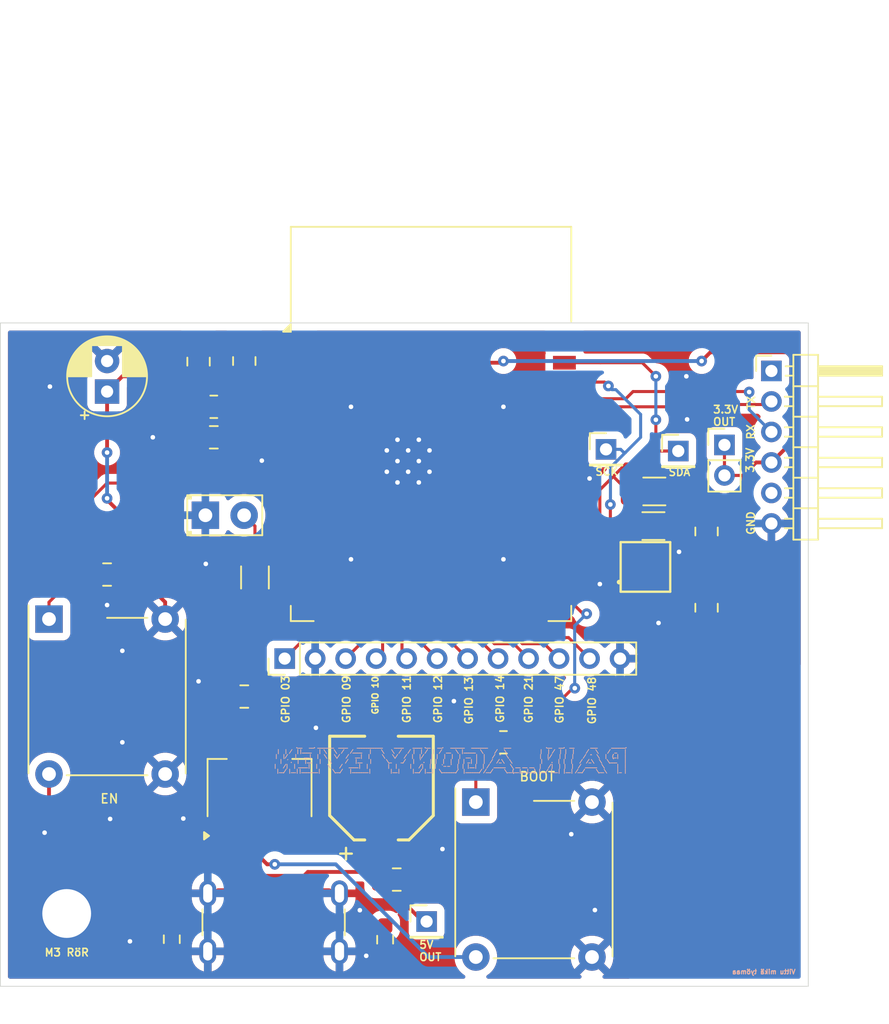
<source format=kicad_pcb>
(kicad_pcb (version 20241229) (generator "pcbnew") (generator_version "9.0")
  (layers (0 "F.Cu" signal) (2 "B.Cu" signal) (13 "F.Paste" user) (15 "B.Paste" user) (5 "F.SilkS" user "F.Silkscreen") (7 "B.SilkS" user "B.Silkscreen") (1 "F.Mask" user) (3 "B.Mask" user) (25 "Edge.Cuts" user))
  (net 0 "")
  (net 1 "GND")
  (net 2 "+5V")
  (net 3 "Net-(J1-CC2)")
  (net 4 "Net-(J1-CC1)")
  (net 6 "TX")
  (net 7 "RX")
  (net 9 "BOOT")
  (net 10 "Net-(R2-Pad2)")
  (net 11 "SDA")
  (net 12 "SCK")
  (net 20 "3.3v")
  (net 23 "EN")
  (net 29 "io9")
  (net 30 "io11")
  (net 31 "io47")
  (net 32 "io12")
  (net 33 "io48")
  (net 34 "io10")
  (net 35 "io14")
  (net 36 "io21")
  (net 37 "IO3")
  (net 38 "io13")
  (net 44 "unconnected-(U1-IO45-Pad26)")
  (net 46 "Net-(D1-A)")
  (footprint "EleProjekt:DFN8_0p65_2p5SQ_BOS" (layer "F.Cu") (at 103.3162 75.5 180)
    (property "Reference" "U3" (hide yes))
    (property "Value" "BME280")
    (pad "1" smd rect (at 1.024999 -0.974999 180) (size 0.508 0.3556) (layers "F.Cu" "F.Mask" "F.Paste") (net 1 "GND"))
    (pad "2" smd rect (at 1.024999 -0.325001 180) (size 0.508 0.3556) (layers "F.Cu" "F.Mask" "F.Paste") (net 20 "3.3v"))
    (pad "3" smd rect (at 1.024999 0.325001 180) (size 0.508 0.3556) (layers "F.Cu" "F.Mask" "F.Paste") (net 11 "SDA"))
    (pad "4" smd rect (at 1.024999 0.974999 180) (size 0.508 0.3556) (layers "F.Cu" "F.Mask" "F.Paste") (net 12 "SCK"))
    (pad "5" smd rect (at -1.024999 0.974999 180) (size 0.508 0.3556) (layers "F.Cu" "F.Mask" "F.Paste") (net 1 "GND"))
    (pad "6" smd rect (at -1.024999 0.325001 180) (size 0.508 0.3556) (layers "F.Cu" "F.Mask" "F.Paste") (net 20 "3.3v"))
    (pad "7" smd rect (at -1.024999 -0.325001 180) (size 0.508 0.3556) (layers "F.Cu" "F.Mask" "F.Paste") (net 1 "GND"))
    (pad "8" smd rect (at -1.024999 -0.974999 180) (size 0.508 0.3556) (layers "F.Cu" "F.Mask" "F.Paste") (net 20 "3.3v"))
  )
  (footprint "Capacitor_SMD:C_0805_2012Metric_Pad1.18x1.45mm_HandSolder" (layer "F.Cu") (at 107.325001 78.174999 -90)
    (property "Reference" "C7" (hide yes))
    (property "Value" "100nf")
    (pad "1" smd roundrect (at -1.0375 0 270) (size 1.175 1.45) (layers "F.Cu" "F.Mask" "F.Paste") (roundrect_rratio 0.212766) (net 20 "3.3v"))
    (pad "2" smd roundrect (at 1.0375 0 270) (size 1.175 1.45) (layers "F.Cu" "F.Mask" "F.Paste") (roundrect_rratio 0.212766) (net 1 "GND"))
  )
  (footprint "Resistor_SMD:R_1206_3216Metric_Pad1.30x1.75mm_HandSolder" (layer "F.Cu") (at 77.7 76.19 -90)
    (property "Reference" "R7" (hide yes))
    (property "Value" "220")
    (pad "1" smd roundrect (at -1.55 0 270) (size 1.3 1.75) (layers "F.Cu" "F.Mask" "F.Paste") (roundrect_rratio 0.192308) (net 46 "Net-(D1-A)"))
    (pad "2" smd roundrect (at 1.55 0 270) (size 1.3 1.75) (layers "F.Cu" "F.Mask" "F.Paste") (roundrect_rratio 0.192308) (net 20 "3.3v"))
  )
  (footprint "RF_Module:ESP32-S3-WROOM-1" (layer "F.Cu") (at 89.25 66.1)
    (property "Reference" "U1" (hide yes))
    (property "Value" "ESP32-S3-WROOM-1")
    (pad "1" smd rect (at -8.75 -5.26) (size 1.5 0.9) (layers "F.Cu" "F.Mask" "F.Paste") (net 1 "GND"))
    (pad "2" smd rect (at -8.75 -3.99) (size 1.5 0.9) (layers "F.Cu" "F.Mask" "F.Paste") (net 20 "3.3v"))
    (pad "3" smd rect (at -8.75 -2.72) (size 1.5 0.9) (layers "F.Cu" "F.Mask" "F.Paste") (net 23 "EN"))
    (pad "4" smd rect (at -8.75 -1.45) (size 1.5 0.9) (layers "F.Cu" "F.Mask" "F.Paste"))
    (pad "5" smd rect (at -8.75 -0.18) (size 1.5 0.9) (layers "F.Cu" "F.Mask" "F.Paste"))
    (pad "6" smd rect (at -8.75 1.09) (size 1.5 0.9) (layers "F.Cu" "F.Mask" "F.Paste"))
    (pad "7" smd rect (at -8.75 2.36) (size 1.5 0.9) (layers "F.Cu" "F.Mask" "F.Paste"))
    (pad "8" smd rect (at -8.75 3.63) (size 1.5 0.9) (layers "F.Cu" "F.Mask" "F.Paste"))
    (pad "9" smd rect (at -8.75 4.9) (size 1.5 0.9) (layers "F.Cu" "F.Mask" "F.Paste"))
    (pad "10" smd rect (at -8.75 6.17) (size 1.5 0.9) (layers "F.Cu" "F.Mask" "F.Paste"))
    (pad "11" smd rect (at -8.75 7.44) (size 1.5 0.9) (layers "F.Cu" "F.Mask" "F.Paste"))
    (pad "12" smd rect (at -8.75 8.71) (size 1.5 0.9) (layers "F.Cu" "F.Mask" "F.Paste"))
    (pad "13" smd rect (at -8.75 9.98) (size 1.5 0.9) (layers "F.Cu" "F.Mask" "F.Paste"))
    (pad "14" smd rect (at -8.75 11.25 180) (size 1.5 0.9) (layers "F.Cu" "F.Mask" "F.Paste"))
    (pad "15" smd rect (at -6.985 12.5 270) (size 1.5 0.9) (layers "F.Cu" "F.Mask" "F.Paste") (net 37 "IO3"))
    (pad "16" smd rect (at -5.715 12.5 270) (size 1.5 0.9) (layers "F.Cu" "F.Mask" "F.Paste"))
    (pad "17" smd rect (at -4.445 12.5 270) (size 1.5 0.9) (layers "F.Cu" "F.Mask" "F.Paste") (net 29 "io9"))
    (pad "18" smd rect (at -3.175 12.5 270) (size 1.5 0.9) (layers "F.Cu" "F.Mask" "F.Paste") (net 34 "io10"))
    (pad "19" smd rect (at -1.905 12.5 270) (size 1.5 0.9) (layers "F.Cu" "F.Mask" "F.Paste") (net 30 "io11"))
    (pad "20" smd rect (at -0.635 12.5 270) (size 1.5 0.9) (layers "F.Cu" "F.Mask" "F.Paste") (net 32 "io12"))
    (pad "21" smd rect (at 0.635 12.5 270) (size 1.5 0.9) (layers "F.Cu" "F.Mask" "F.Paste") (net 38 "io13"))
    (pad "22" smd rect (at 1.905 12.5 270) (size 1.5 0.9) (layers "F.Cu" "F.Mask" "F.Paste") (net 35 "io14"))
    (pad "23" smd rect (at 3.175 12.5 270) (size 1.5 0.9) (layers "F.Cu" "F.Mask" "F.Paste") (net 36 "io21"))
    (pad "24" smd rect (at 4.445 12.5 270) (size 1.5 0.9) (layers "F.Cu" "F.Mask" "F.Paste") (net 31 "io47"))
    (pad "25" smd rect (at 5.715 12.5 270) (size 1.5 0.9) (layers "F.Cu" "F.Mask" "F.Paste") (net 33 "io48"))
    (pad "26" smd rect (at 6.985 12.5 270) (size 1.5 0.9) (layers "F.Cu" "F.Mask" "F.Paste") (net 44 "unconnected-(U1-IO45-Pad26)"))
    (pad "27" smd rect (at 8.75 11.25) (size 1.5 0.9) (layers "F.Cu" "F.Mask" "F.Paste") (net 9 "BOOT"))
    (pad "28" smd rect (at 8.75 9.98) (size 1.5 0.9) (layers "F.Cu" "F.Mask" "F.Paste"))
    (pad "29" smd rect (at 8.75 8.71) (size 1.5 0.9) (layers "F.Cu" "F.Mask" "F.Paste"))
    (pad "30" smd rect (at 8.75 7.44) (size 1.5 0.9) (layers "F.Cu" "F.Mask" "F.Paste"))
    (pad "31" smd rect (at 8.75 6.17) (size 1.5 0.9) (layers "F.Cu" "F.Mask" "F.Paste"))
    (pad "32" smd rect (at 8.75 4.9) (size 1.5 0.9) (layers "F.Cu" "F.Mask" "F.Paste"))
    (pad "33" smd rect (at 8.75 3.63) (size 1.5 0.9) (layers "F.Cu" "F.Mask" "F.Paste"))
    (pad "34" smd rect (at 8.75 2.36) (size 1.5 0.9) (layers "F.Cu" "F.Mask" "F.Paste"))
    (pad "35" smd rect (at 8.75 1.09) (size 1.5 0.9) (layers "F.Cu" "F.Mask" "F.Paste"))
    (pad "36" smd rect (at 8.75 -0.18) (size 1.5 0.9) (layers "F.Cu" "F.Mask" "F.Paste") (net 6 "TX"))
    (pad "37" smd rect (at 8.75 -1.45) (size 1.5 0.9) (layers "F.Cu" "F.Mask" "F.Paste") (net 7 "RX"))
    (pad "38" smd rect (at 8.75 -2.72) (size 1.5 0.9) (layers "F.Cu" "F.Mask" "F.Paste") (net 12 "SCK"))
    (pad "39" smd rect (at 8.75 -3.99) (size 1.5 0.9) (layers "F.Cu" "F.Mask" "F.Paste") (net 11 "SDA"))
    (pad "40" smd rect (at 8.75 -5.26) (size 1.5 0.9) (layers "F.Cu" "F.Mask" "F.Paste") (net 1 "GND"))
    (pad "41" thru_hole circle (at -2.9 1.76 90) (size 0.6 0.6) (drill 0.3) (property pad_prop_heatsink) (layers "*.Cu" "F.Mask") (net 1 "GND"))
    (pad "41" thru_hole circle (at -2.9 3.16) (size 0.6 0.6) (drill 0.3) (property pad_prop_heatsink) (layers "*.Cu" "F.Mask") (net 1 "GND"))
    (pad "41" thru_hole circle (at -2.2 1.06) (size 0.6 0.6) (drill 0.3) (property pad_prop_heatsink) (layers "*.Cu" "F.Mask") (net 1 "GND"))
    (pad "41" thru_hole circle (at -2.2 2.46) (size 0.6 0.6) (drill 0.3) (property pad_prop_heatsink) (layers "*.Cu" "F.Mask") (net 1 "GND"))
    (pad "41" thru_hole circle (at -2.2 3.86) (size 0.6 0.6) (drill 0.3) (property pad_prop_heatsink) (layers "*.Cu" "F.Mask") (net 1 "GND"))
    (pad "41" thru_hole circle (at -1.5 1.76) (size 0.6 0.6) (drill 0.3) (property pad_prop_heatsink) (layers "*.Cu" "F.Mask") (net 1 "GND"))
    (pad "41" smd rect (at -1.5 2.46 270) (size 3.9 3.9) (property pad_prop_heatsink) (layers "F.Cu" "F.Mask") (net 1 "GND"))
    (pad "41" thru_hole circle (at -1.5 3.16) (size 0.6 0.6) (drill 0.3) (property pad_prop_heatsink) (layers "*.Cu" "F.Mask") (net 1 "GND"))
    (pad "41" thru_hole circle (at -0.8 1.06) (size 0.6 0.6) (drill 0.3) (property pad_prop_heatsink) (layers "*.Cu" "F.Mask") (net 1 "GND"))
    (pad "41" thru_hole circle (at -0.8 2.46) (size 0.6 0.6) (drill 0.3) (property pad_prop_heatsink) (layers "*.Cu" "F.Mask") (net 1 "GND"))
    (pad "41" thru_hole circle (at -0.8 3.86) (size 0.6 0.6) (drill 0.3) (property pad_prop_heatsink) (layers "*.Cu" "F.Mask") (net 1 "GND"))
    (pad "41" thru_hole circle (at -0.1 1.76) (size 0.6 0.6) (drill 0.3) (property pad_prop_heatsink) (layers "*.Cu" "F.Mask") (net 1 "GND"))
    (pad "41" thru_hole circle (at -0.1 3.16) (size 0.6 0.6) (drill 0.3) (property pad_prop_heatsink) (layers "*.Cu" "F.Mask") (net 1 "GND"))
    (zone (net 0) (net_name "") (layers "F.Cu" "B.Cu") (connect_pads (clearance 0)) (min_thickness 0.254)
      (keepout (tracks not_allowed) (vias not_allowed) (pads not_allowed) (copperpour not_allowed) (footprints not_allowed))
      (fill (thermal_gap 0.508) (thermal_bridge_width 0.508))
      (polygon (pts (xy 65.25 59.35) (xy 113.25 59.35) (xy 113.25 38.35) (xy 65.25 38.35)))
    )
  )
  (footprint "Capacitor_SMD:C_0805_2012Metric_Pad1.18x1.45mm_HandSolder" (layer "F.Cu") (at 77 62 90)
    (property "Reference" "C4" (hide yes))
    (property "Value" "100nf")
    (pad "1" smd roundrect (at -1.0375 0 90) (size 1.175 1.45) (layers "F.Cu" "F.Mask" "F.Paste") (roundrect_rratio 0.212766) (net 20 "3.3v"))
    (pad "2" smd roundrect (at 1.0375 0 90) (size 1.175 1.45) (layers "F.Cu" "F.Mask" "F.Paste") (roundrect_rratio 0.212766) (net 1 "GND"))
  )
  (footprint "Button_Switch_THT:SW_MEC_5GTH9" (layer "F.Cu") (at 64.19 78.92)
    (property "Reference" "SW1" (hide yes))
    (property "Value" "SW_Push")
    (pad "1" thru_hole rect (at 0 0 90) (size 1.8 1.8) (drill 0.9) (layers "*.Cu" "*.Mask") (net 23 "EN"))
    (pad "1" thru_hole circle (at 0 10.16 90) (size 1.8 1.8) (drill 0.9) (layers "*.Cu" "*.Mask") (net 20 "3.3v"))
    (pad "2" thru_hole circle (at 7.62 0 90) (size 1.8 1.8) (drill 0.9) (layers "*.Cu" "*.Mask") (net 1 "GND"))
    (pad "2" thru_hole circle (at 7.62 10.16 90) (size 1.8 1.8) (drill 0.9) (layers "*.Cu" "*.Mask") (net 1 "GND"))
  )
  (footprint "Capacitor_THT:CP_Radial_D5.0mm_P2.00mm" (layer "F.Cu") (at 68 64 90)
    (property "Reference" "C3" (hide yes))
    (property "Value" "22uf")
    (pad "1" thru_hole rect (at 0 0 90) (size 1.6 1.6) (drill 0.8) (layers "*.Cu" "*.Mask") (net 20 "3.3v"))
    (pad "2" thru_hole circle (at 2 0 90) (size 1.6 1.6) (drill 0.8) (layers "*.Cu" "*.Mask") (net 1 "GND"))
  )
  (footprint "Connector_USB:USB_C_Receptacle_GCT_USB4125-xx-x-0190_6P_TopMnt_Horizontal" (layer "F.Cu") (at 78.925 99.905)
    (property "Reference" "J1" (hide yes))
    (property "Value" "USB_C_Receptacle_PowerOnly_6P")
    (pad "A5" smd roundrect (at -0.5 -3.08) (size 0.7 1.2) (layers "F.Cu" "F.Mask" "F.Paste") (net 4 "Net-(J1-CC1)"))
    (pad "A9" smd roundrect (at 1.52 -3.08 180) (size 0.76 1.2) (layers "F.Cu" "F.Mask" "F.Paste") (net 2 "+5V"))
    (pad "A12" smd roundrect (at 2.75 -3.08 180) (size 0.8 1.2) (layers "F.Cu" "F.Mask" "F.Paste") (net 1 "GND"))
    (pad "B5" smd roundrect (at 0.5 -3.08 180) (size 0.7 1.2) (layers "F.Cu" "F.Mask" "F.Paste") (net 3 "Net-(J1-CC2)"))
    (pad "B9" smd roundrect (at -1.52 -3.08) (size 0.76 1.2) (layers "F.Cu" "F.Mask" "F.Paste") (net 2 "+5V"))
    (pad "B12" smd roundrect (at -2.75 -3.08) (size 0.8 1.2) (layers "F.Cu" "F.Mask" "F.Paste") (net 1 "GND"))
    (pad "S1" thru_hole oval (at -4.32 -3) (size 1.1 1.7) (drill oval 0.6 1.2) (property pad_prop_heatsink) (layers "*.Cu" "*.Mask" "F.Paste") (net 1 "GND"))
    (pad "S1" thru_hole oval (at -4.32 0.8) (size 1.1 1.7) (drill oval 0.6 1.2) (property pad_prop_heatsink) (layers "*.Cu" "*.Mask" "F.Paste") (net 1 "GND"))
    (pad "S1" thru_hole oval (at 4.32 -3) (size 1.1 1.7) (drill oval 0.6 1.2) (property pad_prop_heatsink) (layers "*.Cu" "*.Mask" "F.Paste") (net 1 "GND"))
    (pad "S1" thru_hole oval (at 4.32 0.8) (size 1.1 1.7) (drill oval 0.6 1.2) (property pad_prop_heatsink) (layers "*.Cu" "*.Mask" "F.Paste") (net 1 "GND"))
  )
  (footprint "Resistor_SMD:R_1206_3216Metric_Pad1.30x1.75mm_HandSolder" (layer "F.Cu") (at 103.9 70.55 180)
    (property "Reference" "R5" (hide yes))
    (property "Value" "4.7k")
    (pad "1" smd roundrect (at -1.55 0 180) (size 1.3 1.75) (layers "F.Cu" "F.Mask" "F.Paste") (roundrect_rratio 0.192308) (net 20 "3.3v"))
    (pad "2" smd roundrect (at 1.55 0 180) (size 1.3 1.75) (layers "F.Cu" "F.Mask" "F.Paste") (roundrect_rratio 0.192308) (net 11 "SDA"))
  )
  (footprint "Capacitor_SMD:C_0805_2012Metric_Pad1.18x1.45mm_HandSolder" (layer "F.Cu") (at 87 96)
    (property "Reference" "C2" (hide yes))
    (property "Value" "10uf")
    (pad "1" smd roundrect (at -1.0375 0) (size 1.175 1.45) (layers "F.Cu" "F.Mask" "F.Paste") (roundrect_rratio 0.212766) (net 2 "+5V"))
    (pad "2" smd roundrect (at 1.0375 0) (size 1.175 1.45) (layers "F.Cu" "F.Mask" "F.Paste") (roundrect_rratio 0.212766) (net 1 "GND"))
  )
  (footprint "Capacitor_SMD:C_0805_2012Metric_Pad1.18x1.45mm_HandSolder" (layer "F.Cu") (at 75 67 180)
    (property "Reference" "C5" (hide yes))
    (property "Value" "1uF")
    (pad "1" smd roundrect (at -1.0375 0 180) (size 1.175 1.45) (layers "F.Cu" "F.Mask" "F.Paste") (roundrect_rratio 0.212766) (net 23 "EN"))
    (pad "2" smd roundrect (at 1.0375 0 180) (size 1.175 1.45) (layers "F.Cu" "F.Mask" "F.Paste") (roundrect_rratio 0.212766) (net 1 "GND"))
  )
  (footprint "Connector_PinHeader_2.00mm:PinHeader_1x01_P2.00mm_Vertical" (layer "F.Cu") (at 88.96 98.75)
    (property "Reference" "J7" (hide yes))
    (property "Value" "Conn_01x01_Pin" (hide yes))
    (pad "1" thru_hole rect (at 0 0) (size 1.35 1.35) (drill 0.8) (layers "*.Cu" "*.Mask") (net 2 "+5V"))
  )
  (footprint "Resistor_SMD:R_0805_2012Metric_Pad1.20x1.40mm_HandSolder" (layer "F.Cu") (at 75 65)
    (property "Reference" "R1" (hide yes))
    (property "Value" "10k")
    (pad "1" smd roundrect (at -1 0) (size 1.2 1.4) (layers "F.Cu" "F.Mask" "F.Paste") (roundrect_rratio 0.208333) (net 20 "3.3v"))
    (pad "2" smd roundrect (at 1 0) (size 1.2 1.4) (layers "F.Cu" "F.Mask" "F.Paste") (roundrect_rratio 0.208333) (net 23 "EN"))
  )
  (footprint "LED_THT:LED_D2.0mm_W4.8mm_H2.5mm_FlatTop" (layer "F.Cu") (at 74.45 72.11)
    (property "Reference" "D1" (hide yes))
    (property "Value" "LED")
    (pad "1" thru_hole rect (at 0 0) (size 1.8 1.8) (drill 0.9) (layers "*.Cu" "*.Mask") (net 1 "GND"))
    (pad "2" thru_hole circle (at 2.54 0) (size 1.8 1.8) (drill 0.9) (layers "*.Cu" "*.Mask") (net 46 "Net-(D1-A)"))
  )
  (footprint "MountingHole:MountingHole_3.2mm_M3" (layer "F.Cu") (at 65.35 98.225)
    (property "Reference" "REF**" (hide yes))
    (property "Value" "MountingHole_3.2mm_M3" (hide yes))
    (pad "" np_thru_hole circle (at 0 0) (size 3.2 3.2) (drill 3.2) (layers "*.Cu" "*.Mask"))
  )
  (footprint "Button_Switch_THT:SW_MEC_5GTH9" (layer "F.Cu") (at 92.19 90.92)
    (property "Reference" "SW2" (hide yes))
    (property "Value" "SW_Push")
    (pad "1" thru_hole rect (at 0 0 90) (size 1.8 1.8) (drill 0.9) (layers "*.Cu" "*.Mask") (net 10 "Net-(R2-Pad2)"))
    (pad "1" thru_hole circle (at 0 10.16 90) (size 1.8 1.8) (drill 0.9) (layers "*.Cu" "*.Mask") (net 20 "3.3v"))
    (pad "2" thru_hole circle (at 7.62 0 90) (size 1.8 1.8) (drill 0.9) (layers "*.Cu" "*.Mask") (net 1 "GND"))
    (pad "2" thru_hole circle (at 7.62 10.16 90) (size 1.8 1.8) (drill 0.9) (layers "*.Cu" "*.Mask") (net 1 "GND"))
  )
  (footprint "Resistor_SMD:R_0603_1608Metric_Pad0.98x0.95mm_HandSolder" (layer "F.Cu") (at 72.245 99.9125 -90)
    (property "Reference" "R3" (hide yes))
    (property "Value" "5.1k")
    (pad "1" smd roundrect (at -0.9125 0 270) (size 0.975 0.95) (layers "F.Cu" "F.Mask" "F.Paste") (net 4 "Net-(J1-CC1)"))
    (pad "2" smd roundrect (at 0.9125 0 270) (size 0.975 0.95) (layers "F.Cu" "F.Mask" "F.Paste") (net 1 "GND"))
  )
  (footprint "Resistor_SMD:R_1206_3216Metric_Pad1.30x1.75mm_HandSolder" (layer "F.Cu") (at 103.84 72.82 180)
    (property "Reference" "R6" (hide yes))
    (property "Value" "4.7k")
    (pad "1" smd roundrect (at -1.55 0 180) (size 1.3 1.75) (layers "F.Cu" "F.Mask" "F.Paste") (roundrect_rratio 0.192308) (net 20 "3.3v"))
    (pad "2" smd roundrect (at 1.55 0 180) (size 1.3 1.75) (layers "F.Cu" "F.Mask" "F.Paste") (roundrect_rratio 0.192308) (net 12 "SCK"))
  )
  (footprint "Connector_PinHeader_2.00mm:PinHeader_1x02_P2.00mm_Vertical" (layer "F.Cu") (at 108.5 67.5)
    (property "Reference" "J6" (hide yes))
    (property "Value" "Conn_01x02_Pin" (hide yes))
    (pad "1" thru_hole rect (at 0 0) (size 1.35 1.35) (drill 0.8) (layers "*.Cu" "*.Mask") (net 20 "3.3v"))
    (pad "2" thru_hole oval (at 0 2) (size 1.35 1.35) (drill 0.8) (layers "*.Cu" "*.Mask") (net 20 "3.3v"))
  )
  (footprint "Capacitor_SMD:C_0805_2012Metric_Pad1.18x1.45mm_HandSolder" (layer "F.Cu") (at 74 62.0375 90)
    (property "Reference" "C9" (hide yes))
    (property "Value" "100nf")
    (pad "1" smd roundrect (at -1.0375 0 90) (size 1.175 1.45) (layers "F.Cu" "F.Mask" "F.Paste") (roundrect_rratio 0.212766) (net 20 "3.3v"))
    (pad "2" smd roundrect (at 1.0375 0 90) (size 1.175 1.45) (layers "F.Cu" "F.Mask" "F.Paste") (roundrect_rratio 0.212766) (net 1 "GND"))
  )
  (footprint "Capacitor_SMD:C_0805_2012Metric_Pad1.18x1.45mm_HandSolder" (layer "F.Cu") (at 77 84 180)
    (property "Reference" "C1" (hide yes))
    (property "Value" "10uf")
    (pad "1" smd roundrect (at -1.0375 0 180) (size 1.175 1.45) (layers "F.Cu" "F.Mask" "F.Paste") (roundrect_rratio 0.212766) (net 20 "3.3v"))
    (pad "2" smd roundrect (at 1.0375 0 180) (size 1.175 1.45) (layers "F.Cu" "F.Mask" "F.Paste") (roundrect_rratio 0.212766) (net 1 "GND"))
  )
  (footprint "Capacitor_SMD:C_0805_2012Metric_Pad1.18x1.45mm_HandSolder" (layer "F.Cu") (at 107.325001 73.174999 90)
    (property "Reference" "C8" (hide yes))
    (property "Value" "100nf")
    (pad "1" smd roundrect (at -1.0375 0 90) (size 1.175 1.45) (layers "F.Cu" "F.Mask" "F.Paste") (roundrect_rratio 0.212766) (net 20 "3.3v"))
    (pad "2" smd roundrect (at 1.0375 0 90) (size 1.175 1.45) (layers "F.Cu" "F.Mask" "F.Paste") (roundrect_rratio 0.212766) (net 1 "GND"))
  )
  (footprint "Resistor_SMD:R_0603_1608Metric_Pad0.98x0.95mm_HandSolder" (layer "F.Cu") (at 86.24 99.9425 -90)
    (property "Reference" "R4" (hide yes))
    (property "Value" "5.1k")
    (pad "1" smd roundrect (at -0.9125 0 270) (size 0.975 0.95) (layers "F.Cu" "F.Mask" "F.Paste") (net 3 "Net-(J1-CC2)"))
    (pad "2" smd roundrect (at 0.9125 0 270) (size 0.975 0.95) (layers "F.Cu" "F.Mask" "F.Paste") (net 1 "GND"))
  )
  (footprint "Package_TO_SOT_SMD:SOT-223-3_TabPin2" (layer "F.Cu") (at 78 90 90)
    (property "Reference" "U2" (hide yes))
    (property "Value" "AMS1117-3.3")
    (pad "1" smd roundrect (at -3.15 -2.3 90) (size 2 1.5) (layers "F.Cu" "F.Mask" "F.Paste") (net 1 "GND"))
    (pad "2" smd roundrect (at -3.15 0 90) (size 2 1.5) (layers "F.Cu" "F.Mask" "F.Paste") (net 20 "3.3v"))
    (pad "2" smd roundrect (at 3.15 0 90) (size 2 3.8) (layers "F.Cu" "F.Mask" "F.Paste") (net 20 "3.3v"))
    (pad "3" smd roundrect (at -3.15 2.3 90) (size 2 1.5) (layers "F.Cu" "F.Mask" "F.Paste") (net 2 "+5V"))
  )
  (footprint "EleProjekt:WCAP-AS5H_6.3X5.5_DXL_" (layer "F.Cu") (at 86 90 -90)
    (property "Reference" "C10" (hide yes))
    (property "Value" "WCAP-AS5H_6.3X5.5")
    (fp_text user "+" (at 4.3 2.4 90) (layer "F.SilkS"))
    (pad "1" smd rect (at 2.8 0 270) (size 3.5 1.6) (layers "F.Cu" "F.Mask" "F.Paste") (net 2 "+5V"))
    (pad "2" smd rect (at -2.8 0 270) (size 3.5 1.6) (property pad_prop_fiducial_glob) (layers "F.Cu" "F.Mask" "F.Paste") (net 1 "GND"))
  )
  (footprint "Connector_PinHeader_2.00mm:PinHeader_1x06_P2.00mm_Horizontal" (layer "F.Cu") (at 111.58 62.65)
    (property "Reference" "J3" (hide yes))
    (property "Value" "Conn_01x06_Pin" (hide yes))
    (pad "1" thru_hole rect (at 0 0) (size 1.35 1.35) (drill 0.8) (layers "*.Cu" "*.Mask"))
    (pad "2" thru_hole oval (at 0 2) (size 1.35 1.35) (drill 0.8) (layers "*.Cu" "*.Mask") (net 6 "TX"))
    (pad "3" thru_hole oval (at 0 4) (size 1.35 1.35) (drill 0.8) (layers "*.Cu" "*.Mask") (net 7 "RX"))
    (pad "4" thru_hole oval (at 0 6) (size 1.35 1.35) (drill 0.8) (layers "*.Cu" "*.Mask") (net 20 "3.3v"))
    (pad "5" thru_hole oval (at 0 8) (size 1.35 1.35) (drill 0.8) (layers "*.Cu" "*.Mask"))
    (pad "6" thru_hole oval (at 0 10) (size 1.35 1.35) (drill 0.8) (layers "*.Cu" "*.Mask") (net 1 "GND"))
  )
  (footprint "Connector_PinHeader_2.00mm:PinHeader_1x01_P2.00mm_Vertical" (layer "F.Cu") (at 105.47 67.9)
    (property "Reference" "J5" (hide yes))
    (property "Value" "Conn_01x01_Pin" (hide yes))
    (pad "1" thru_hole rect (at 0 0) (size 1.35 1.35) (drill 0.8) (layers "*.Cu" "*.Mask") (net 11 "SDA"))
  )
  (footprint "Connector_PinHeader_2.00mm:PinHeader_1x12_P2.00mm_Vertical" (layer "F.Cu") (at 79.65 81.51 90)
    (property "Reference" "J2" (hide yes))
    (property "Value" "Conn_01x12_Pin" (hide yes))
    (pad "1" thru_hole rect (at 0 0 90) (size 1.35 1.35) (drill 0.8) (layers "*.Cu" "*.Mask") (net 37 "IO3"))
    (pad "2" thru_hole oval (at 0 2 90) (size 1.35 1.35) (drill 0.8) (layers "*.Cu" "*.Mask") (net 1 "GND"))
    (pad "3" thru_hole oval (at 0 4 90) (size 1.35 1.35) (drill 0.8) (layers "*.Cu" "*.Mask") (net 29 "io9"))
    (pad "4" thru_hole oval (at 0 6 90) (size 1.35 1.35) (drill 0.8) (layers "*.Cu" "*.Mask") (net 34 "io10"))
    (pad "5" thru_hole oval (at 0 8 90) (size 1.35 1.35) (drill 0.8) (layers "*.Cu" "*.Mask") (net 30 "io11"))
    (pad "6" thru_hole oval (at 0 10 90) (size 1.35 1.35) (drill 0.8) (layers "*.Cu" "*.Mask") (net 32 "io12"))
    (pad "7" thru_hole oval (at 0 12 90) (size 1.35 1.35) (drill 0.8) (layers "*.Cu" "*.Mask") (net 38 "io13"))
    (pad "8" thru_hole oval (at 0 14 90) (size 1.35 1.35) (drill 0.8) (layers "*.Cu" "*.Mask") (net 35 "io14"))
    (pad "9" thru_hole oval (at 0 16 90) (size 1.35 1.35) (drill 0.8) (layers "*.Cu" "*.Mask") (net 36 "io21"))
    (pad "10" thru_hole oval (at 0 18 90) (size 1.35 1.35) (drill 0.8) (layers "*.Cu" "*.Mask") (net 31 "io47"))
    (pad "11" thru_hole oval (at 0 20 90) (size 1.35 1.35) (drill 0.8) (layers "*.Cu" "*.Mask") (net 33 "io48"))
    (pad "12" thru_hole oval (at 0 22 90) (size 1.35 1.35) (drill 0.8) (layers "*.Cu" "*.Mask") (net 1 "GND"))
  )
  (footprint "Connector_PinHeader_2.00mm:PinHeader_1x01_P2.00mm_Vertical" (layer "F.Cu") (at 100.73 67.79)
    (property "Reference" "J4" (hide yes))
    (property "Value" "Conn_01x01_Pin" (hide yes))
    (pad "1" thru_hole rect (at 0 0) (size 1.35 1.35) (drill 0.8) (layers "*.Cu" "*.Mask") (net 12 "SCK"))
  )
  (footprint "Capacitor_SMD:C_0805_2012Metric_Pad1.18x1.45mm_HandSolder" (layer "F.Cu") (at 68 76)
    (property "Reference" "C6" (hide yes))
    (property "Value" "100nf")
    (pad "1" smd roundrect (at -1.0375 0) (size 1.175 1.45) (layers "F.Cu" "F.Mask" "F.Paste") (roundrect_rratio 0.212766) (net 23 "EN"))
    (pad "2" smd roundrect (at 1.0375 0) (size 1.175 1.45) (layers "F.Cu" "F.Mask" "F.Paste") (roundrect_rratio 0.212766) (net 1 "GND"))
  )
  (footprint "Resistor_SMD:R_0805_2012Metric_Pad1.20x1.40mm_HandSolder" (layer "F.Cu") (at 94 87 180)
    (property "Reference" "R2" (hide yes))
    (property "Value" "100")
    (pad "1" smd roundrect (at -1 0 180) (size 1.2 1.4) (layers "F.Cu" "F.Mask" "F.Paste") (roundrect_rratio 0.208333) (net 9 "BOOT"))
    (pad "2" smd roundrect (at 1 0 180) (size 1.2 1.4) (layers "F.Cu" "F.Mask" "F.Paste") (roundrect_rratio 0.208333) (net 10 "Net-(R2-Pad2)"))
  )
  (gr_rect (start 61 59.5) (end 114 103) (stroke (width 0.05)) (fill no) (layer "Edge.Cuts"))
  (gr_text "GND" (at 82.04 84.99 90) (layer "F.Cu") (effects (font (size 0.7 0.7) (thickness 0.1)) (justify left bottom)))
  (gr_text "GND" (at 102.1 84.89 90) (layer "F.Cu") (effects (font (size 0.7 0.7) (thickness 0.1)) (justify left bottom)))
  (gr_text "OAMK Ryhmä 8\nHyvönen\nHyry\nRöntynen\n{dblquote}The Liver is evil, \nIt must be punished{dblquote}\n" (at 112.575 101.875 90) (layer "F.Cu") (effects (font (size 1 1) (thickness 0.1875)) (justify left bottom)))
  (gr_text "TX" (at 110.55 65.225 90) (layer "F.SilkS") (effects (font (size 0.5 0.5) (thickness 0.1) (bold yes)) (justify left bottom)))
  (gr_text "SCK" (at 99.975 69.55 0) (layer "F.SilkS") (effects (font (size 0.5 0.5) (thickness 0.1)) (justify left bottom)))
  (gr_text "GPIO 11" (at 87.95 85.8 90) (layer "F.SilkS") (effects (font (size 0.5 0.5) (thickness 0.1) (bold yes)) (justify left bottom)))
  (gr_text "GPIO 21" (at 95.95 85.8 90) (layer "F.SilkS") (effects (font (size 0.5 0.5) (thickness 0.1) (bold yes)) (justify left bottom)))
  (gr_text "GPIO 09\n" (at 84 85.8 90) (layer "F.SilkS") (effects (font (size 0.5 0.5) (thickness 0.1) (bold yes)) (justify left bottom)))
  (gr_text "5V\nOUT" (at 88.425 101.375 0) (layer "F.SilkS") (effects (font (size 0.5 0.5) (thickness 0.1) (bold yes)) (justify left bottom)))
  (gr_text "BOOT" (at 95 89.6 0) (layer "F.SilkS") (effects (font (size 0.6 0.6) (thickness 0.1) (bold yes)) (justify left bottom)))
  (gr_text "GPIO 03" (at 80 85.8 90) (layer "F.SilkS") (effects (font (size 0.5 0.5) (thickness 0.1) (bold yes)) (justify left bottom)))
  (gr_text "3.3V" (at 110.475 69.375 90) (layer "F.SilkS") (effects (font (size 0.5 0.5) (thickness 0.1) (bold yes)) (justify left bottom)))
  (gr_text "3.3V\nOUT" (at 107.7 66.275 0) (layer "F.SilkS") (effects (font (size 0.5 0.5) (thickness 0.1) (bold yes)) (justify left bottom)))
  (gr_text "GND" (at 110.525 73.45 90) (layer "F.SilkS") (effects (font (size 0.5 0.5) (thickness 0.1) (bold yes)) (justify left bottom)))
  (gr_text "M3 RöR" (at 63.85 101.075 0) (layer "F.SilkS") (effects (font (size 0.5 0.5) (thickness 0.1) (bold yes)) (justify left bottom)))
  (gr_text "EN" (at 67.5 91.05 0) (layer "F.SilkS") (effects (font (size 0.6 0.6) (thickness 0.1) (bold yes)) (justify left bottom)))
  (gr_text "GPIO 12" (at 90 85.8 90) (layer "F.SilkS") (effects (font (size 0.5 0.5) (thickness 0.1) (bold yes)) (justify left bottom)))
  (gr_text "GPIO 47" (at 97.975 85.825 90) (layer "F.SilkS") (effects (font (size 0.5 0.5) (thickness 0.1) (bold yes)) (justify left bottom)))
  (gr_text "SDA" (at 104.775 69.575 0) (layer "F.SilkS") (effects (font (size 0.5 0.5) (thickness 0.1)) (justify left bottom)))
  (gr_text "GPIO 48" (at 100.1 85.875 90) (layer "F.SilkS") (effects (font (size 0.5 0.5) (thickness 0.1) (bold yes)) (justify left bottom)))
  (gr_text "GPIO 13" (at 92.025 85.875 90) (layer "F.SilkS") (effects (font (size 0.5 0.5) (thickness 0.1) (bold yes)) (justify left bottom)))
  (gr_text "RX" (at 110.525 67.2 90) (layer "F.SilkS") (effects (font (size 0.5 0.5) (thickness 0.1) (bold yes)) (justify left bottom)))
  (gr_text "GPIO 10" (at 85.825 85.225 90) (layer "F.SilkS") (effects (font (size 0.4 0.4) (thickness 0.1) (bold yes)) (justify left bottom)))
  (gr_text "GPIO 14" (at 94.075 85.775 90) (layer "F.SilkS") (effects (font (size 0.5 0.5) (thickness 0.1) (bold yes)) (justify left bottom)))
  (gr_text ".______      ___       __  .__   __.               ___       _______   ______   .__   __. ____    ____     ___________    ____  _______ .__   __. \n|   _  \\    /   \\     |  | |  \\ |  |              /   \\     /  _____| /  __  \\  |  \\ |  | \\   \\  /   /    |   ____\\   \\  /   / |   ____||  \\ |  | \n|  |_)  |  /  ^  \\    |  | |   \\|  |             /  ^  \\   |  |  __  |  |  |  | |   \\|  |  \\   \\/   /     |  |__   \\   \\/   /  |  |__   |   \\|  | \n|   ___/  /  /_\\  \\   |  | |  . `  |            /  /_\\  \\  |  | |_ | |  |  |  | |  . `  |   \\_    _/      |   __|   \\      /   |   __|  |  . `  | \n|  |     /  _____  \\  |  | |  |\\   |  __ __ __ /  _____  \\ |  |__| | |  `--'  | |  |\\   |     |  |        |  |____   \\    /    |  |____ |  |\\   | \n| _|    /__/     \\__\\ |__| |__| \\__| (__|__|__)__/     \\__\\ \\______|  \\______/  |__| \\__|     |__|        |_______|   \\__/     |_______||__| \\__| \n                                                                                                                                                  " (at 102.125 89.325 0) (layer "B.SilkS") (effects (font (size 0.2 0.2) (thickness 0.05) (bold yes)) (justify left bottom mirror)))
  (gr_text "Vittu mikä työmaa" (at 113.2 102.225 0) (layer "B.SilkS") (effects (font (size 0.3 0.3) (thickness 0.075) (bold yes)) (justify left bottom mirror)))
  (segment (start 71.81 77.81) (end 70 76) (width 0.25) (layer "F.Cu") (net 1))
  (segment (start 70 76) (end 69.0375 76) (width 0.25) (layer "F.Cu") (net 1))
  (segment (start 77 60.9625) (end 77.1225 60.84) (width 0.25) (layer "F.Cu") (net 1))
  (segment (start 103.957397 75.825001) (end 104.341199 75.825001) (width 0.25) (layer "F.Cu") (net 1))
  (segment (start 104.341199 74.525001) (end 105.504999 74.525001) (width 0.2) (layer "F.Cu") (net 1))
  (segment (start 74 61) (end 69 61) (width 0.25) (layer "F.Cu") (net 1))
  (segment (start 101.16 81.51) (end 101.65 81.51) (width 0.2) (layer "F.Cu") (net 1))
  (segment (start 71.81 78.92) (end 71.81 77.81) (width 0.25) (layer "F.Cu") (net 1))
  (segment (start 74 61) (end 76.9625 61) (width 0.25) (layer "F.Cu") (net 1))
  (segment (start 69 61) (end 68 62) (width 0.25) (layer "F.Cu") (net 1))
  (segment (start 76.9625 61) (end 77 60.9625) (width 0.25) (layer "F.Cu") (net 1))
  (segment (start 77.1225 60.84) (end 80.5 60.84) (width 0.25) (layer "F.Cu") (net 1))
  (segment (start 102.291201 76.474999) (end 103.307399 76.474999) (width 0.25) (layer "F.Cu") (net 1))
  (segment (start 105.504999 74.525001) (end 105.52 74.51) (width 0.2) (layer "F.Cu") (net 1))
  (segment (start 103.307399 76.474999) (end 103.957397 75.825001) (width 0.25) (layer "F.Cu") (net 1))
  (via (at 81.7 86.05) (size 0.7) (drill 0.3) (layers "F.Cu" "B.Cu") (net 1))
  (via (at 106 63) (size 0.7) (drill 0.3) (layers "F.Cu" "B.Cu") (net 1))
  (via (at 100.325 76.625) (size 0.7) (drill 0.3) (layers "F.Cu" "B.Cu") (net 1))
  (via (at 94 75) (size 0.7) (drill 0.3) (layers "F.Cu" "B.Cu") (net 1))
  (via (at 64.25 63.675) (size 0.7) (drill 0.3) (layers "F.Cu" "B.Cu") (net 1))
  (via (at 69 81) (size 0.7) (drill 0.3) (layers "F.Cu" "B.Cu") (net 1))
  (via (at 84.58 98.01) (size 0.7) (drill 0.3) (layers "F.Cu" "B.Cu") (net 1))
  (via (at 68.2 92.025) (size 0.7) (drill 0.3) (layers "F.Cu" "B.Cu") (net 1))
  (via (at 84 65) (size 0.7) (drill 0.3) (layers "F.Cu" "B.Cu") (net 1))
  (via (at 68 78) (size 0.7) (drill 0.3) (layers "F.Cu" "B.Cu") (net 1))
  (via (at 71 67) (size 0.7) (drill 0.3) (layers "F.Cu" "B.Cu") (net 1))
  (via (at 99.65 69.7) (size 0.7) (drill 0.3) (layers "F.Cu" "B.Cu") (net 1))
  (via (at 69.5 100.05) (size 0.7) (drill 0.3) (layers "F.Cu" "B.Cu") (net 1))
  (via (at 90 94) (size 0.7) (drill 0.3) (layers "F.Cu" "B.Cu") (net 1))
  (via (at 90.75 84.3) (size 0.7) (drill 0.3) (layers "F.Cu" "B.Cu") (net 1))
  (via (at 73 92) (size 0.7) (drill 0.3) (layers "F.Cu" "B.Cu") (net 1))
  (via (at 105.52 74.51) (size 0.7) (drill 0.3) (layers "F.Cu" "B.Cu") (net 1))
  (via (at 94 65) (size 0.7) (drill 0.3) (layers "F.Cu" "B.Cu") (net 1))
  (via (at 63.9 92.925) (size 0.7) (drill 0.3) (layers "F.Cu" "B.Cu") (net 1))
  (via (at 85 101) (size 0.7) (drill 0.3) (layers "F.Cu" "B.Cu") (net 1))
  (via (at 74.475 75.3) (size 0.7) (drill 0.3) (layers "F.Cu" "B.Cu") (net 1))
  (via (at 98.45 93.025) (size 0.7) (drill 0.3) (layers "F.Cu" "B.Cu") (net 1))
  (via (at 100 98) (size 0.7) (drill 0.3) (layers "F.Cu" "B.Cu") (net 1))
  (via (at 74 83) (size 0.7) (drill 0.3) (layers "F.Cu" "B.Cu") (net 1))
  (via (at 69 87) (size 0.7) (drill 0.3) (layers "F.Cu" "B.Cu") (net 1))
  (via (at 104.175 79.175) (size 0.7) (drill 0.3) (layers "F.Cu" "B.Cu") (net 1))
  (via (at 78.15 68.53) (size 0.7) (drill 0.3) (layers "F.Cu" "B.Cu") (net 1))
  (via (at 106.05 65.825) (size 0.7) (drill 0.3) (layers "F.Cu" "B.Cu") (net 1))
  (via (at 84 75) (size 0.7) (drill 0.3) (layers "F.Cu" "B.Cu") (net 1))
  (segment (start 85.2 92.8) (end 84.85 93.15) (width 0.25) (layer "F.Cu") (net 2))
  (segment (start 84.85 93.15) (end 80.3 93.15) (width 0.25) (layer "F.Cu") (net 2))
  (segment (start 85.9625 92.8375) (end 86 92.8) (width 0.25) (layer "F.Cu") (net 2))
  (segment (start 80.445 96.225) (end 80.916 95.754) (width 0.25) (layer "F.Cu") (net 2))
  (segment (start 81.17 95.5) (end 85.4625 95.5) (width 0.25) (layer "F.Cu") (net 2))
  (segment (start 85.4625 95.5) (end 85.9625 96) (width 0.25) (layer "F.Cu") (net 2))
  (segment (start 86 92.8) (end 86 93) (width 0.25) (layer "F.Cu") (net 2))
  (segment (start 80.916 95.754) (end 81.17 95.5) (width 0.25) (layer "F.Cu") (net 2))
  (segment (start 85.7165 95.754) (end 85.9625 96) (width 0.25) (layer "F.Cu") (net 2))
  (segment (start 85.9625 96) (end 88.7125 98.75) (width 0.25) (layer "F.Cu") (net 2))
  (segment (start 86 92.8) (end 85.2 92.8) (width 0.25) (layer "F.Cu") (net 2))
  (segment (start 88.7125 98.75) (end 88.96 98.75) (width 0.25) (layer "F.Cu") (net 2))
  (segment (start 77.405 96.825) (end 77.405 96.225) (width 0.25) (layer "F.Cu") (net 2))
  (segment (start 77.405 96.225) (end 77.876 95.754) (width 0.25) (layer "F.Cu") (net 2))
  (segment (start 77.876 95.754) (end 80.916 95.754) (width 0.25) (layer "F.Cu") (net 2))
  (segment (start 80.445 96.825) (end 80.445 96.225) (width 0.25) (layer "F.Cu") (net 2))
  (segment (start 85.9625 93.0375) (end 85.9625 96) (width 0.25) (layer "F.Cu") (net 2))
  (segment (start 86 93) (end 85.9625 93.0375) (width 0.25) (layer "F.Cu") (net 2))
  (segment (start 79.425 96.825) (end 79.425 97.425) (width 0.2) (layer "F.Cu") (net 3))
  (segment (start 81.03 99.03) (end 86.24 99.03) (width 0.2) (layer "F.Cu") (net 3))
  (segment (start 79.425 97.425) (end 81.03 99.03) (width 0.2) (layer "F.Cu") (net 3))
  (segment (start 78.425 96.825) (end 78.425 97.645) (width 0.2) (layer "F.Cu") (net 4))
  (segment (start 77.07 99) (end 72.245 99) (width 0.2) (layer "F.Cu") (net 4))
  (segment (start 78.425 97.645) (end 77.07 99) (width 0.2) (layer "F.Cu") (net 4))
  (segment (start 111.38 64.85) (end 111.58 64.65) (width 0.2) (layer "F.Cu") (net 6))
  (segment (start 100.5 65) (end 108.57 65) (width 0.2) (layer "F.Cu") (net 6))
  (segment (start 108.72 64.85) (end 111.38 64.85) (width 0.2) (layer "F.Cu") (net 6))
  (segment (start 108.57 65) (end 108.72 64.85) (width 0.2) (layer "F.Cu") (net 6))
  (segment (start 98 65.92) (end 99.58 65.92) (width 0.2) (layer "F.Cu") (net 6))
  (segment (start 99.58 65.92) (end 100.5 65) (width 0.2) (layer "F.Cu") (net 6))
  (segment (start 109.94 64) (end 102.5 64) (width 0.2) (layer "F.Cu") (net 7))
  (segment (start 110.04 64) (end 110.05 64.01) (width 0.2) (layer "F.Cu") (net 7))
  (segment (start 110.1 64.01) (end 110.12 64.03) (width 0.2) (layer "F.Cu") (net 7))
  (segment (start 110.05 64.01) (end 110.1 64.01) (width 0.2) (layer "F.Cu") (net 7))
  (segment (start 102.5 64) (end 102.03 64.47) (width 0.2) (layer "F.Cu") (net 7))
  (segment (start 102.03 64.47) (end 98.18 64.47) (width 0.2) (layer "F.Cu") (net 7))
  (segment (start 98.18 64.47) (end 98 64.65) (width 0.2) (layer "F.Cu") (net 7))
  (via (at 110.12 64.03) (size 0.7) (drill 0.3) (layers "F.Cu" "B.Cu") (net 7))
  (segment (start 110.12 65.19) (end 111.58 66.65) (width 0.2) (layer "B.Cu") (net 7))
  (segment (start 110.12 64.03) (end 110.12 65.19) (width 0.2) (layer "B.Cu") (net 7))
  (segment (start 98.64 83.36) (end 98.68 83.4) (width 0.2) (layer "F.Cu") (net 9))
  (segment (start 98.68 83.4) (end 98.68 83.45) (width 0.2) (layer "F.Cu") (net 9))
  (segment (start 99.46 78.57) (end 99.22 78.57) (width 0.2) (layer "F.Cu") (net 9))
  (segment (start 99.22 78.57) (end 98 77.35) (width 0.2) (layer "F.Cu") (net 9))
  (segment (start 98.64 83.36) (end 95 87) (width 0.2) (layer "F.Cu") (net 9))
  (via (at 99.46 78.57) (size 0.7) (drill 0.3) (layers "F.Cu" "B.Cu") (net 9))
  (via (at 98.68 83.45) (size 0.7) (drill 0.3) (layers "F.Cu" "B.Cu") (net 9))
  (segment (start 98.674 83.444) (end 98.674 79.356) (width 0.2) (layer "B.Cu") (net 9))
  (segment (start 98.68 83.45) (end 98.674 83.444) (width 0.2) (layer "B.Cu") (net 9))
  (segment (start 98.674 79.356) (end 99.46 78.57) (width 0.2) (layer "B.Cu") (net 9))
  (segment (start 92.19 90.92) (end 92.19 87.81) (width 0.2) (layer "F.Cu") (net 10))
  (segment (start 92.19 87.81) (end 93 87) (width 0.2) (layer "F.Cu") (net 10))
  (segment (start 93.19 87.19) (end 93 87) (width 0.2) (layer "F.Cu") (net 10))
  (segment (start 103.69 68) (end 104 68) (width 0.2) (layer "F.Cu") (net 11))
  (segment (start 102.19 70.55) (end 101.205 69.565) (width 0.2) (layer "F.Cu") (net 11))
  (segment (start 100.361 62.11) (end 103.11 62.11) (width 0.2) (layer "F.Cu") (net 11))
  (segment (start 102.35 70.55) (end 102.19 70.55) (width 0.2) (layer "F.Cu") (net 11))
  (segment (start 105.47 67.9) (end 104.1 67.9) (width 0.2) (layer "F.Cu") (net 11))
  (segment (start 103.11 62.11) (end 104 63) (width 0.2) (layer "F.Cu") (net 11))
  (segment (start 101.837201 75.174999) (end 100.325001 73.662799) (width 0.2) (layer "F.Cu") (net 11))
  (segment (start 102.02 68.75) (end 102.917501 68.75) (width 0.2) (layer "F.Cu") (net 11))
  (segment (start 102.917501 68.772499) (end 103.69 68) (width 0.2) (layer "F.Cu") (net 11))
  (segment (start 102.291201 75.174999) (end 101.837201 75.174999) (width 0.2) (layer "F.Cu") (net 11))
  (segment (start 104.1 67.9) (end 104 68) (width 0.2) (layer "F.Cu") (net 11))
  (segment (start 104 65.85) (end 104 68) (width 0.2) (layer "F.Cu") (net 11))
  (segment (start 98 62.11) (end 100.361 62.11) (width 0.2) (layer "F.Cu") (net 11))
  (segment (start 100.325001 70.444999) (end 101.205 69.565) (width 0.2) (layer "F.Cu") (net 11))
  (segment (start 101.205 69.565) (end 102.02 68.75) (width 0.2) (layer "F.Cu") (net 11))
  (segment (start 102.917501 68.75) (end 102.917501 68.772499) (width 0.2) (layer "F.Cu") (net 11))
  (segment (start 100.325001 73.662799) (end 100.325001 70.444999) (width 0.2) (layer "F.Cu") (net 11))
  (via (at 104 63) (size 0.7) (drill 0.3) (layers "F.Cu" "B.Cu") (net 11))
  (via (at 104 65.85) (size 0.7) (drill 0.3) (layers "F.Cu" "B.Cu") (net 11))
  (segment (start 104 65.85) (end 104 63) (width 0.2) (layer "B.Cu") (net 11))
  (segment (start 101.01462 73.36462) (end 102.175001 74.525001) (width 0.2) (layer "F.Cu") (net 12))
  (segment (start 102.175001 74.525001) (end 102.291201 74.525001) (width 0.2) (layer "F.Cu") (net 12))
  (segment (start 101.01462 72.83) (end 101.01462 73.36462) (width 0.2) (layer "F.Cu") (net 12))
  (segment (start 100.8855 63.6345) (end 100.631 63.38) (width 0.2) (layer "F.Cu") (net 12))
  (segment (start 102.29 72.82) (end 101.02462 72.82) (width 0.2) (layer "F.Cu") (net 12))
  (segment (start 100.631 63.38) (end 98 63.38) (width 0.2) (layer "F.Cu") (net 12))
  (segment (start 101.02462 72.82) (end 101.01462 72.83) (width 0.2) (layer "F.Cu") (net 12))
  (segment (start 101.01462 71.40462) (end 101.01462 72.83) (width 0.2) (layer "F.Cu") (net 12))
  (via (at 100.8855 63.6345) (size 0.7) (drill 0.3) (layers "F.Cu" "B.Cu") (net 12))
  (via (at 101.01462 71.40462) (size 0.7) (drill 0.3) (layers "F.Cu" "B.Cu") (net 12))
  (segment (start 101.1255 63.8745) (end 101.3745 63.8745) (width 0.2) (layer "B.Cu") (net 12))
  (segment (start 103 65.5) (end 103 67) (width 0.2) (layer "B.Cu") (net 12))
  (segment (start 103 67) (end 102 68) (width 0.2) (layer "B.Cu") (net 12))
  (segment (start 101.02 71.39924) (end 101.01462 71.40462) (width 0.2) (layer "B.Cu") (net 12))
  (segment (start 102 68) (end 101.9 68) (width 0.2) (layer "B.Cu") (net 12))
  (segment (start 100.8855 63.6345) (end 101.1255 63.8745) (width 0.2) (layer "B.Cu") (net 12))
  (segment (start 101.9 68) (end 101.69 67.79) (width 0.2) (layer "B.Cu") (net 12))
  (segment (start 101.02 68.98) (end 101.02 71.39924) (width 0.2) (layer "B.Cu") (net 12))
  (segment (start 102 68) (end 101.02 68.98) (width 0.2) (layer "B.Cu") (net 12))
  (segment (start 101.69 67.79) (end 100.73 67.79) (width 0.2) (layer "B.Cu") (net 12))
  (segment (start 101.3745 63.8745) (end 103 65.5) (width 0.2) (layer "B.Cu") (net 12))
  (segment (start 78.0375 84) (end 78.0375 81.1375) (width 0.25) (layer "F.Cu") (net 20))
  (segment (start 73.925 63) (end 74 63.075) (width 0.25) (layer "F.Cu") (net 20))
  (segment (start 107 62) (end 107.575 61.425) (width 0.25) (layer "F.Cu") (net 20))
  (segment (start 109.75 69.47) (end 109.75 72.75) (width 0.25) (layer "F.Cu") (net 20))
  (segment (start 104.341199 75.174999) (end 103.325001 75.174999) (width 0.25) (layer "F.Cu") (net 20))
  (segment (start 76.43 79.53) (end 68 71.1) (width 0.25) (layer "F.Cu") (net 20))
  (segment (start 104.644999 75.174999) (end 104.341199 75.174999) (width 0.25) (layer "F.Cu") (net 20))
  (segment (start 108.5 69.5) (end 108.5 67.5) (width 0.2) (layer "F.Cu") (net 20))
  (segment (start 78 86.85) (end 78 84.0375) (width 0.25) (layer "F.Cu") (net 20))
  (segment (start 109.325001 73.174999) (end 109.325001 75.174999) (width 0.25) (layer "F.Cu") (net 20))
  (segment (start 109.75 72.75) (end 109.325001 73.174999) (width 0.25) (layer "F.Cu") (net 20))
  (segment (start 69 63) (end 73.925 63) (width 0.25) (layer "F.Cu") (net 20))
  (segment (start 105.45 70.55) (end 105.45 72.76) (width 0.2) (layer "F.Cu") (net 20))
  (segment (start 73.9625 63.075) (end 74 63.0375) (width 0.25) (layer "F.Cu") (net 20))
  (segment (start 110.57 68.65) (end 109.75 69.47) (width 0.25) (layer "F.Cu") (net 20))
  (segment (start 112.875 61.725) (end 112.875 67.355) (width 0.25) (layer "F.Cu") (net 20))
  (segment (start 104.94 75.43) (end 104.92 75.45) (width 0.25) (layer "F.Cu") (net 20))
  (segment (start 77.7 77.74) (end 77.7 78.26) (width 0.2) (layer "F.Cu") (net 20))
  (segment (start 78 94.5) (end 78.5 95) (width 0.25) (layer "F.Cu") (net 20))
  (segment (start 112.875 67.355) (end 111.58 68.65) (width 0.25) (layer "F.Cu") (net 20))
  (segment (start 78.5 95) (end 79 95) (width 0.25) (layer "F.Cu") (net 20))
  (segment (start 107.362501 77.137499) (end 107.325001 77.137499) (width 0.25) (layer "F.Cu") (net 20))
  (segment (start 107.325001 74.764999) (end 106.66 75.43) (width 0.25) (layer "F.Cu") (net 20))
  (segment (start 104.92 75.45) (end 104.644999 75.174999) (width 0.25) (layer "F.Cu") (net 20))
  (segment (start 112.575 61.425) (end 112.875 61.725) (width 0.25) (layer "F.Cu") (net 20))
  (segment (start 106.66 75.43) (end 104.94 75.43) (width 0.25) (layer "F.Cu") (net 20))
  (segment (start 77 63.0375) (end 77.9275 62.11) (width 0.25) (layer "F.Cu") (net 20))
  (segment (start 105.003699 77.137499) (end 107.325001 77.137499) (width 0.25) (layer "F.Cu") (net 20))
  (segment (start 104.341199 76.474999) (end 105.003699 77.137499) (width 0.25) (layer "F.Cu") (net 20))
  (segment (start 107.575 61.425) (end 112.575 61.425) (width 0.25) (layer "F.Cu") (net 20))
  (segment (start 109.325001 73.174999) (end 108.362501 74.137499) (width 0.25) (layer "F.Cu") (net 20))
  (segment (start 78 93.15) (end 78 86.85) (width 0.25) (layer "F.Cu") (net 20))
  (segment (start 78 93.15) (end 78 94.5) (width 0.25) (layer "F.Cu") (net 20))
  (segment (start 68 64) (end 69 63) (width 0.25) (layer "F.Cu") (net 20))
  (segment (start 93.89 62.11) (end 94 62) (width 0.25) (layer "F.Cu") (net 20))
  (segment (start 78.0375 81.1375) (end 76.43 79.53) (width 0.25) (layer "F.Cu") (net 20))
  (segment (start 68 68) (end 68 64) (width 0.25) (layer "F.Cu") (net 20))
  (segment (start 76.9625 63.075) (end 77 63.0375) (width 0.25) (layer "F.Cu") (net 20))
  (segment (start 109.72 69.5) (end 109.75 69.47) (width 0.2) (layer "F.Cu") (net 20))
  (segment (start 111.58 68.65) (end 110.57 68.65) (width 0.25) (layer "F.Cu") (net 20))
  (segment (start 106.782499 74.212499) (end 105.39 72.82) (width 0.25) (layer "F.Cu") (net 20))
  (segment (start 107.325001 74.212499) (end 107.325001 74.764999) (width 0.25) (layer "F.Cu") (net 20))
  (segment (start 77.5 95) (end 68.5 95) (width 0.25) (layer "F.Cu") (net 20))
  (segment (start 108.362501 74.212499) (end 107.325001 74.212499) (width 0.25) (layer "F.Cu") (net 20))
  (segment (start 103.325001 75.174999) (end 102.674999 75.825001) (width 0.25) (layer "F.Cu") (net 20))
  (segment (start 105.45 72.76) (end 105.39 72.82) (width 0.2) (layer "F.Cu") (net 20))
  (segment (start 109.325001 75.174999) (end 107.362501 77.137499) (width 0.25) (layer "F.Cu") (net 20))
  (segment (start 108.362501 74.137499) (end 108.362501 74.212499) (width 0.25) (layer "F.Cu") (net 20))
  (segment (start 108.5 69.5) (end 109.72 69.5) (width 0.2) (layer "F.Cu") (net 20))
  (segment (start 68 71.1) (end 68 71) (width 0.25) (layer "F.Cu") (net 20))
  (segment (start 74 63.075) (end 76.9625 63.075) (width 0.25) (layer "F.Cu") (net 20))
  (segment (start 80.5 62.11) (end 93.89 62.11) (width 0.25) (layer "F.Cu") (net 20))
  (segment (start 77.9275 62.11) (end 80.5 62.11) (width 0.25) (layer "F.Cu") (net 20))
  (segment (start 78 84.0375) (end 78.0375 84) (width 0.25) (layer "F.Cu") (net 20))
  (segment (start 64.19 90.69) (end 64.19 89.08) (width 0.25) (layer "F.Cu") (net 20))
  (segment (start 77.7 78.26) (end 76.43 79.53) (width 0.2) (layer "F.Cu") (net 20))
  (segment (start 102.674999 75.825001) (end 102.291201 75.825001) (width 0.25) (layer "F.Cu") (net 20))
  (segment (start 68.5 95) (end 64.19 90.69) (width 0.25) (layer "F.Cu") (net 20))
  (segment (start 107.325001 74.212499) (end 106.782499 74.212499) (width 0.25) (layer "F.Cu") (net 20))
  (segment (start 78 94.5) (end 77.5 95) (width 0.25) (layer "F.Cu") (net 20))
  (segment (start 74 65) (end 74 63.075) (width 0.25) (layer "F.Cu") (net 20))
  (via (at 79 95) (size 0.7) (drill 0.3) (layers "F.Cu" "B.Cu") (net 20))
  (via (at 68 68) (size 0.7) (drill 0.3) (layers "F.Cu" "B.Cu") (net 20))
  (via (at 107 62) (size 0.7) (drill 0.3) (layers "F.Cu" "B.Cu") (net 20))
  (via (at 94 62) (size 0.7) (drill 0.3) (layers "F.Cu" "B.Cu") (net 20))
  (via (at 68 71) (size 0.7) (drill 0.3) (layers "F.Cu" "B.Cu") (net 20))
  (segment (start 89.08 101.08) (end 92.19 101.08) (width 0.25) (layer "B.Cu") (net 20))
  (segment (start 83 95) (end 89.08 101.08) (width 0.25) (layer "B.Cu") (net 20))
  (segment (start 68 71) (end 68 68) (width 0.25) (layer "B.Cu") (net 20))
  (segment (start 94 62) (end 107 62) (width 0.25) (layer "B.Cu") (net 20))
  (segment (start 79 95) (end 83 95) (width 0.25) (layer "B.Cu") (net 20))
  (segment (start 68 70) (end 75 70) (width 0.2) (layer "F.Cu") (net 23))
  (segment (start 76 65) (end 77 65) (width 0.2) (layer "F.Cu") (net 23))
  (segment (start 64.19 77.81) (end 66 76) (width 0.2) (layer "F.Cu") (net 23))
  (segment (start 77 65) (end 78.62 63.38) (width 0.2) (layer "F.Cu") (net 23))
  (segment (start 66.9625 71.0375) (end 68 70) (width 0.2) (layer "F.Cu") (net 23))
  (segment (start 66.9625 76) (end 66.9625 71.0375) (width 0.2) (layer "F.Cu") (net 23))
  (segment (start 76 69) (end 76 65) (width 0.2) (layer "F.Cu") (net 23))
  (segment (start 64.19 78.92) (end 64.19 77.81) (width 0.2) (layer "F.Cu") (net 23))
  (segment (start 75 70) (end 76 69) (width 0.2) (layer "F.Cu") (net 23))
  (segment (start 76.0375 65.0375) (end 76 65) (width 0.2) (layer "F.Cu") (net 23))
  (segment (start 78.62 63.38) (end 80.5 63.38) (width 0.2) (layer "F.Cu") (net 23))
  (segment (start 66 76) (end 66.9625 76) (width 0.2) (layer "F.Cu") (net 23))
  (segment (start 84.805 78.6) (end 84.805 80.355) (width 0.2) (layer "F.Cu") (net 29))
  (segment (start 84.805 80.355) (end 83.65 81.51) (width 0.2) (layer "F.Cu") (net 29))
  (segment (start 87.345 78.6) (end 87.345 81.205) (width 0.2) (layer "F.Cu") (net 30))
  (segment (start 87.345 81.205) (end 87.65 81.51) (width 0.2) (layer "F.Cu") (net 30))
  (segment (start 93.695 78.6) (end 93.695 78.983273) (width 0.2) (layer "F.Cu") (net 31))
  (segment (start 96.674 80.534) (end 97.65 81.51) (width 0.2) (layer "F.Cu") (net 31))
  (segment (start 93.695 78.983273) (end 95.245727 80.534) (width 0.2) (layer "F.Cu") (net 31))
  (segment (start 95.245727 80.534) (end 96.674 80.534) (width 0.2) (layer "F.Cu") (net 31))
  (segment (start 88.615 78.6) (end 88.615 80.475) (width 0.2) (layer "F.Cu") (net 32))
  (segment (start 88.615 80.475) (end 89.65 81.51) (width 0.2) (layer "F.Cu") (net 32))
  (segment (start 94.965 78.6) (end 94.965 79.55) (width 0.2) (layer "F.Cu") (net 33))
  (segment (start 95.548 80.133) (end 98.273 80.133) (width 0.2) (layer "F.Cu") (net 33))
  (segment (start 98.273 80.133) (end 99.65 81.51) (width 0.2) (layer "F.Cu") (net 33))
  (segment (start 94.965 79.55) (end 95.548 80.133) (width 0.2) (layer "F.Cu") (net 33))
  (segment (start 86.075 81.085) (end 85.65 81.51) (width 0.2) (layer "F.Cu") (net 34))
  (segment (start 86.075 78.6) (end 86.075 81.085) (width 0.2) (layer "F.Cu") (net 34))
  (segment (start 91.155 78.6) (end 91.155 79.015) (width 0.2) (layer "F.Cu") (net 35))
  (segment (start 91.155 79.015) (end 93.65 81.51) (width 0.2) (layer "F.Cu") (net 35))
  (segment (start 93.409 80.534) (end 94.674 80.534) (width 0.2) (layer "F.Cu") (net 36))
  (segment (start 94.674 80.534) (end 95.65 81.51) (width 0.2) (layer "F.Cu") (net 36))
  (segment (start 92.425 79.55) (end 93.409 80.534) (width 0.2) (layer "F.Cu") (net 36))
  (segment (start 92.425 78.6) (end 92 79.025) (width 0.2) (layer "F.Cu") (net 36))
  (segment (start 92.425 78.6) (end 92.425 79.55) (width 0.2) (layer "F.Cu") (net 36))
  (segment (start 82.265 78.895) (end 79.65 81.51) (width 0.2) (layer "F.Cu") (net 37))
  (segment (start 82.265 78.6) (end 82.265 78.895) (width 0.2) (layer "F.Cu") (net 37))
  (segment (start 89.885 78.6) (end 89.885 79.745) (width 0.2) (layer "F.Cu") (net 38))
  (segment (start 89.885 79.745) (end 91.65 81.51) (width 0.2) (layer "F.Cu") (net 38))
  (segment (start 96.235 78.6) (end 96 78.835) (width 0.2) (layer "F.Cu") (net 44))
  (segment (start 77.7 74.64) (end 77.7 72.82) (width 0.2) (layer "F.Cu") (net 46))
  (segment (start 77.7 72.82) (end 76.99 72.11) (width 0.2) (layer "F.Cu") (net 46))
  (zone (net 1) (net_name "GND") (layers "F.Cu" "B.Cu") (connect_pads (clearance 0.5)) (min_thickness 0.25) (fill yes (thermal_gap 0.5) (thermal_bridge_width 0.5))
    (polygon (pts (xy 114 103) (xy 61 103) (xy 61 59.5) (xy 114 59.5)))
  )
)
</source>
